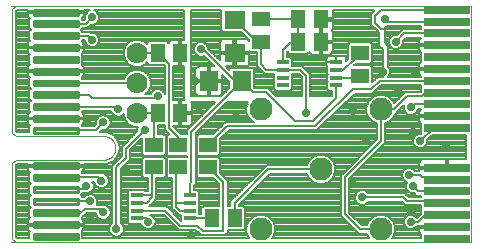
<source format=gtl>
G75*
%MOIN*%
%OFA0B0*%
%FSLAX25Y25*%
%IPPOS*%
%LPD*%
%AMOC8*
5,1,8,0,0,1.08239X$1,22.5*
%
%ADD10C,0.00000*%
%ADD11R,0.05906X0.05118*%
%ADD12R,0.05118X0.05906*%
%ADD13R,0.06299X0.07087*%
%ADD14R,0.07087X0.06299*%
%ADD15R,0.03937X0.01575*%
%ADD16C,0.07000*%
%ADD17R,0.15748X0.02953*%
%ADD18C,0.01102*%
%ADD19C,0.07650*%
%ADD20C,0.00800*%
%ADD21C,0.02800*%
D10*
X0011031Y0023276D02*
X0164078Y0023276D01*
X0164078Y0102026D01*
X0011031Y0102026D01*
X0011228Y0101238D02*
X0012409Y0102026D01*
X0033276Y0102026D01*
X0011228Y0101238D02*
X0011228Y0059900D01*
X0012409Y0058719D01*
X0033276Y0058719D01*
X0033472Y0058719D02*
X0041740Y0058719D01*
X0041864Y0058717D01*
X0041987Y0058711D01*
X0042111Y0058702D01*
X0042233Y0058688D01*
X0042356Y0058671D01*
X0042478Y0058649D01*
X0042599Y0058624D01*
X0042719Y0058595D01*
X0042838Y0058563D01*
X0042957Y0058526D01*
X0043074Y0058486D01*
X0043189Y0058443D01*
X0043304Y0058395D01*
X0043416Y0058344D01*
X0043527Y0058290D01*
X0043637Y0058232D01*
X0043744Y0058171D01*
X0043850Y0058106D01*
X0043953Y0058038D01*
X0044054Y0057967D01*
X0044153Y0057893D01*
X0044250Y0057816D01*
X0044344Y0057735D01*
X0044435Y0057652D01*
X0044524Y0057566D01*
X0044610Y0057477D01*
X0044693Y0057386D01*
X0044774Y0057292D01*
X0044851Y0057195D01*
X0044925Y0057096D01*
X0044996Y0056995D01*
X0045064Y0056892D01*
X0045129Y0056786D01*
X0045190Y0056679D01*
X0045248Y0056569D01*
X0045302Y0056458D01*
X0045353Y0056346D01*
X0045401Y0056231D01*
X0045444Y0056116D01*
X0045484Y0055999D01*
X0045521Y0055880D01*
X0045553Y0055761D01*
X0045582Y0055641D01*
X0045607Y0055520D01*
X0045629Y0055398D01*
X0045646Y0055275D01*
X0045660Y0055153D01*
X0045669Y0055029D01*
X0045675Y0054906D01*
X0045677Y0054782D01*
X0045675Y0054658D01*
X0045669Y0054535D01*
X0045660Y0054411D01*
X0045646Y0054289D01*
X0045629Y0054166D01*
X0045607Y0054044D01*
X0045582Y0053923D01*
X0045553Y0053803D01*
X0045521Y0053684D01*
X0045484Y0053565D01*
X0045444Y0053448D01*
X0045401Y0053333D01*
X0045353Y0053218D01*
X0045302Y0053106D01*
X0045248Y0052995D01*
X0045190Y0052885D01*
X0045129Y0052778D01*
X0045064Y0052672D01*
X0044996Y0052569D01*
X0044925Y0052468D01*
X0044851Y0052369D01*
X0044774Y0052272D01*
X0044693Y0052178D01*
X0044610Y0052087D01*
X0044524Y0051998D01*
X0044435Y0051912D01*
X0044344Y0051829D01*
X0044250Y0051748D01*
X0044153Y0051671D01*
X0044054Y0051597D01*
X0043953Y0051526D01*
X0043850Y0051458D01*
X0043744Y0051393D01*
X0043637Y0051332D01*
X0043527Y0051274D01*
X0043416Y0051220D01*
X0043304Y0051169D01*
X0043189Y0051121D01*
X0043074Y0051078D01*
X0042957Y0051038D01*
X0042838Y0051001D01*
X0042719Y0050969D01*
X0042599Y0050940D01*
X0042478Y0050915D01*
X0042356Y0050893D01*
X0042233Y0050876D01*
X0042111Y0050862D01*
X0041987Y0050853D01*
X0041864Y0050847D01*
X0041740Y0050845D01*
X0012409Y0050845D01*
X0011228Y0049664D01*
X0011228Y0024467D01*
X0012409Y0023286D01*
X0056504Y0023286D01*
D11*
X0058531Y0048286D03*
X0066656Y0048286D03*
X0076656Y0048286D03*
X0076656Y0055766D03*
X0066656Y0055766D03*
X0058531Y0055766D03*
X0094156Y0090161D03*
X0094156Y0097641D03*
X0127281Y0086391D03*
X0127281Y0078911D03*
D12*
X0114147Y0090151D03*
X0106666Y0090151D03*
X0106666Y0097651D03*
X0114147Y0097651D03*
X0067272Y0086401D03*
X0059791Y0086401D03*
X0059791Y0066401D03*
X0067272Y0066401D03*
X0077916Y0031401D03*
X0085397Y0031401D03*
D13*
X0087793Y0077026D03*
X0076770Y0077026D03*
D14*
X0085406Y0086514D03*
X0085406Y0097538D03*
D15*
X0101501Y0083360D03*
X0101501Y0080801D03*
X0101501Y0078242D03*
X0101501Y0075683D03*
X0119316Y0075683D03*
X0119316Y0078242D03*
X0119316Y0080801D03*
X0119316Y0083360D03*
X0070562Y0038993D03*
X0070562Y0036434D03*
X0070562Y0033875D03*
X0070562Y0031316D03*
X0052747Y0031316D03*
X0052747Y0033875D03*
X0052747Y0036434D03*
X0052747Y0038993D03*
D16*
X0052906Y0066401D03*
X0052906Y0076401D03*
X0052906Y0086401D03*
D17*
X0156282Y0085072D03*
X0156282Y0089009D03*
X0156282Y0092946D03*
X0156282Y0096883D03*
X0156282Y0100820D03*
X0156282Y0081135D03*
X0156282Y0077198D03*
X0156282Y0073261D03*
X0156282Y0069324D03*
X0156282Y0065387D03*
X0156282Y0061450D03*
X0156282Y0048182D03*
X0156282Y0044245D03*
X0156282Y0040308D03*
X0156282Y0036371D03*
X0156282Y0032434D03*
X0156282Y0028497D03*
X0156282Y0024560D03*
D18*
X0033118Y0024427D02*
X0018472Y0024427D01*
X0018472Y0026081D01*
X0033118Y0026081D01*
X0033118Y0024427D01*
X0033118Y0025528D02*
X0018472Y0025528D01*
X0018472Y0028364D02*
X0033118Y0028364D01*
X0018472Y0028364D02*
X0018472Y0030018D01*
X0033118Y0030018D01*
X0033118Y0028364D01*
X0033118Y0029465D02*
X0018472Y0029465D01*
X0018472Y0032301D02*
X0033118Y0032301D01*
X0018472Y0032301D02*
X0018472Y0033955D01*
X0033118Y0033955D01*
X0033118Y0032301D01*
X0033118Y0033402D02*
X0018472Y0033402D01*
X0018472Y0036238D02*
X0033118Y0036238D01*
X0018472Y0036238D02*
X0018472Y0037892D01*
X0033118Y0037892D01*
X0033118Y0036238D01*
X0033118Y0037339D02*
X0018472Y0037339D01*
X0018472Y0040175D02*
X0033118Y0040175D01*
X0018472Y0040175D02*
X0018472Y0041829D01*
X0033118Y0041829D01*
X0033118Y0040175D01*
X0033118Y0041276D02*
X0018472Y0041276D01*
X0018472Y0044112D02*
X0033118Y0044112D01*
X0018472Y0044112D02*
X0018472Y0045766D01*
X0033118Y0045766D01*
X0033118Y0044112D01*
X0033118Y0045213D02*
X0018472Y0045213D01*
X0018472Y0048049D02*
X0033118Y0048049D01*
X0018472Y0048049D02*
X0018472Y0049703D01*
X0033118Y0049703D01*
X0033118Y0048049D01*
X0033118Y0049150D02*
X0018472Y0049150D01*
X0018472Y0059860D02*
X0033118Y0059860D01*
X0018472Y0059860D02*
X0018472Y0061514D01*
X0033118Y0061514D01*
X0033118Y0059860D01*
X0033118Y0060961D02*
X0018472Y0060961D01*
X0018472Y0063797D02*
X0033118Y0063797D01*
X0018472Y0063797D02*
X0018472Y0065451D01*
X0033118Y0065451D01*
X0033118Y0063797D01*
X0033118Y0064898D02*
X0018472Y0064898D01*
X0018472Y0067734D02*
X0033118Y0067734D01*
X0018472Y0067734D02*
X0018472Y0069388D01*
X0033118Y0069388D01*
X0033118Y0067734D01*
X0033118Y0068835D02*
X0018472Y0068835D01*
X0018472Y0071671D02*
X0033118Y0071671D01*
X0018472Y0071671D02*
X0018472Y0073325D01*
X0033118Y0073325D01*
X0033118Y0071671D01*
X0033118Y0072772D02*
X0018472Y0072772D01*
X0018472Y0075608D02*
X0033118Y0075608D01*
X0018472Y0075608D02*
X0018472Y0077262D01*
X0033118Y0077262D01*
X0033118Y0075608D01*
X0033118Y0076709D02*
X0018472Y0076709D01*
X0018472Y0079545D02*
X0033118Y0079545D01*
X0018472Y0079545D02*
X0018472Y0081199D01*
X0033118Y0081199D01*
X0033118Y0079545D01*
X0033118Y0080646D02*
X0018472Y0080646D01*
X0018472Y0083482D02*
X0033118Y0083482D01*
X0018472Y0083482D02*
X0018472Y0085136D01*
X0033118Y0085136D01*
X0033118Y0083482D01*
X0033118Y0084583D02*
X0018472Y0084583D01*
X0018472Y0087419D02*
X0033118Y0087419D01*
X0018472Y0087419D02*
X0018472Y0089073D01*
X0033118Y0089073D01*
X0033118Y0087419D01*
X0033118Y0088520D02*
X0018472Y0088520D01*
X0018472Y0091356D02*
X0033118Y0091356D01*
X0018472Y0091356D02*
X0018472Y0093010D01*
X0033118Y0093010D01*
X0033118Y0091356D01*
X0033118Y0092457D02*
X0018472Y0092457D01*
X0018472Y0095293D02*
X0033118Y0095293D01*
X0018472Y0095293D02*
X0018472Y0096947D01*
X0033118Y0096947D01*
X0033118Y0095293D01*
X0033118Y0096394D02*
X0018472Y0096394D01*
X0018472Y0099230D02*
X0033118Y0099230D01*
X0018472Y0099230D02*
X0018472Y0100884D01*
X0033118Y0100884D01*
X0033118Y0099230D01*
X0033118Y0100331D02*
X0018472Y0100331D01*
D19*
X0094156Y0067651D03*
X0114156Y0047651D03*
X0134156Y0067651D03*
X0134156Y0027651D03*
X0094156Y0027651D03*
D20*
X0089754Y0025671D02*
X0082282Y0025671D01*
X0082236Y0025626D02*
X0083056Y0026446D01*
X0083056Y0027448D01*
X0088370Y0027448D01*
X0088956Y0028034D01*
X0088956Y0034768D01*
X0088370Y0035354D01*
X0086797Y0035354D01*
X0086797Y0035811D01*
X0097236Y0046251D01*
X0109514Y0046251D01*
X0110066Y0044918D01*
X0111423Y0043560D01*
X0113197Y0042826D01*
X0115116Y0042826D01*
X0116890Y0043560D01*
X0118247Y0044918D01*
X0118981Y0046691D01*
X0118981Y0048611D01*
X0118247Y0050384D01*
X0116890Y0051741D01*
X0115116Y0052476D01*
X0113197Y0052476D01*
X0111423Y0051741D01*
X0110066Y0050384D01*
X0109514Y0049051D01*
X0096077Y0049051D01*
X0095256Y0048231D01*
X0083997Y0036971D01*
X0083997Y0035354D01*
X0083056Y0035354D01*
X0083056Y0043866D01*
X0080609Y0046313D01*
X0080609Y0051259D01*
X0080023Y0051845D01*
X0073290Y0051845D01*
X0072704Y0051259D01*
X0072704Y0045312D01*
X0073290Y0044727D01*
X0078236Y0044727D01*
X0080256Y0042706D01*
X0080256Y0035354D01*
X0074943Y0035354D01*
X0074357Y0034768D01*
X0074357Y0032716D01*
X0073530Y0032716D01*
X0073530Y0035077D01*
X0073453Y0035155D01*
X0073530Y0035233D01*
X0073530Y0037636D01*
X0073453Y0037714D01*
X0073530Y0037792D01*
X0073530Y0040195D01*
X0072945Y0040781D01*
X0071962Y0040781D01*
X0071962Y0042226D01*
X0072431Y0042696D01*
X0072431Y0059684D01*
X0082898Y0070151D01*
X0089969Y0070151D01*
X0089331Y0068611D01*
X0089331Y0066691D01*
X0090066Y0064918D01*
X0091423Y0063560D01*
X0091748Y0063426D01*
X0082327Y0063426D01*
X0081506Y0062606D01*
X0081086Y0062186D01*
X0080266Y0061366D01*
X0080266Y0061356D01*
X0078236Y0059325D01*
X0073290Y0059325D01*
X0072704Y0058739D01*
X0072704Y0052793D01*
X0073290Y0052207D01*
X0080023Y0052207D01*
X0080609Y0052793D01*
X0080609Y0057739D01*
X0082246Y0059376D01*
X0083066Y0060196D01*
X0083066Y0060206D01*
X0083486Y0060626D01*
X0112861Y0060626D01*
X0122386Y0070151D01*
X0122906Y0070151D01*
X0125406Y0072651D01*
X0131031Y0072651D01*
X0131459Y0073126D01*
X0131611Y0073126D01*
X0134284Y0075798D01*
X0147408Y0075798D01*
X0147408Y0075307D01*
X0147486Y0075230D01*
X0147408Y0075152D01*
X0147408Y0073508D01*
X0147327Y0073426D01*
X0142327Y0073426D01*
X0141506Y0072606D01*
X0138551Y0069650D01*
X0138247Y0070384D01*
X0136890Y0071741D01*
X0135116Y0072476D01*
X0133197Y0072476D01*
X0131423Y0071741D01*
X0130066Y0070384D01*
X0129331Y0068611D01*
X0129331Y0066691D01*
X0130066Y0064918D01*
X0131423Y0063560D01*
X0132756Y0063008D01*
X0132756Y0057606D01*
X0121702Y0046551D01*
X0120881Y0045731D01*
X0120881Y0032071D01*
X0125881Y0027071D01*
X0126702Y0026251D01*
X0129514Y0026251D01*
X0130066Y0024918D01*
X0130308Y0024676D01*
X0098005Y0024676D01*
X0098247Y0024918D01*
X0098981Y0026691D01*
X0098981Y0028611D01*
X0098247Y0030384D01*
X0096890Y0031741D01*
X0095116Y0032476D01*
X0093197Y0032476D01*
X0091423Y0031741D01*
X0090066Y0030384D01*
X0089331Y0028611D01*
X0089331Y0026691D01*
X0090066Y0024918D01*
X0090308Y0024676D01*
X0057094Y0024676D01*
X0057084Y0024686D01*
X0034669Y0024686D01*
X0034669Y0026723D01*
X0034453Y0026940D01*
X0034679Y0027166D01*
X0034936Y0027611D01*
X0035069Y0028107D01*
X0035069Y0028902D01*
X0026084Y0028902D01*
X0026084Y0029480D01*
X0035069Y0029480D01*
X0035069Y0030275D01*
X0034936Y0030771D01*
X0034679Y0031216D01*
X0034453Y0031442D01*
X0034669Y0031659D01*
X0034669Y0031809D01*
X0035409Y0032548D01*
X0035409Y0032548D01*
X0035986Y0033126D01*
X0039256Y0033126D01*
X0039256Y0032798D01*
X0039622Y0031916D01*
X0040297Y0031241D01*
X0041179Y0030876D01*
X0042134Y0030876D01*
X0043016Y0031241D01*
X0043691Y0031916D01*
X0044056Y0032798D01*
X0044056Y0033753D01*
X0043691Y0034635D01*
X0043016Y0035310D01*
X0042134Y0035676D01*
X0041236Y0035676D01*
X0040986Y0035926D01*
X0039424Y0035926D01*
X0039681Y0036548D01*
X0039681Y0037503D01*
X0039316Y0038385D01*
X0038641Y0039060D01*
X0037759Y0039426D01*
X0036804Y0039426D01*
X0035922Y0039060D01*
X0035287Y0038426D01*
X0034669Y0038426D01*
X0034669Y0038534D01*
X0034170Y0039034D01*
X0034669Y0039533D01*
X0034669Y0039602D01*
X0035588Y0039602D01*
X0035611Y0039626D01*
X0036509Y0039626D01*
X0037391Y0039991D01*
X0038066Y0040666D01*
X0038431Y0041548D01*
X0038431Y0042503D01*
X0038066Y0043385D01*
X0037912Y0043539D01*
X0038631Y0043539D01*
X0038631Y0043423D01*
X0038997Y0042541D01*
X0039672Y0041866D01*
X0040554Y0041501D01*
X0041509Y0041501D01*
X0042391Y0041866D01*
X0043066Y0042541D01*
X0043431Y0043423D01*
X0043431Y0044378D01*
X0043066Y0045260D01*
X0042391Y0045935D01*
X0041509Y0046301D01*
X0040611Y0046301D01*
X0040573Y0046339D01*
X0034669Y0046339D01*
X0034669Y0046408D01*
X0034453Y0046625D01*
X0034679Y0046851D01*
X0034936Y0047296D01*
X0035069Y0047793D01*
X0035069Y0048587D01*
X0026084Y0048587D01*
X0026084Y0049165D01*
X0035069Y0049165D01*
X0035069Y0049445D01*
X0042958Y0049445D01*
X0045153Y0050502D01*
X0045153Y0050502D01*
X0046672Y0052407D01*
X0046672Y0052407D01*
X0047214Y0054782D01*
X0046672Y0057157D01*
X0045153Y0059062D01*
X0042958Y0060119D01*
X0040479Y0060119D01*
X0041236Y0060876D01*
X0042134Y0060876D01*
X0043016Y0061241D01*
X0043691Y0061916D01*
X0044056Y0062798D01*
X0044056Y0063753D01*
X0043691Y0064635D01*
X0043016Y0065310D01*
X0042134Y0065676D01*
X0041179Y0065676D01*
X0040297Y0065310D01*
X0039622Y0064635D01*
X0039256Y0063753D01*
X0039256Y0062856D01*
X0038488Y0062087D01*
X0034669Y0062087D01*
X0034669Y0062157D01*
X0034453Y0062373D01*
X0034679Y0062599D01*
X0034936Y0063044D01*
X0035069Y0063541D01*
X0035069Y0064335D01*
X0026084Y0064335D01*
X0026084Y0064913D01*
X0035069Y0064913D01*
X0035069Y0065708D01*
X0034936Y0066204D01*
X0034679Y0066649D01*
X0034453Y0066876D01*
X0034669Y0067092D01*
X0034669Y0067161D01*
X0044262Y0067161D01*
X0044622Y0066291D01*
X0045297Y0065616D01*
X0046179Y0065251D01*
X0047134Y0065251D01*
X0048016Y0065616D01*
X0048406Y0066007D01*
X0048406Y0065506D01*
X0049092Y0063852D01*
X0050357Y0062586D01*
X0052011Y0061901D01*
X0053275Y0061901D01*
X0053006Y0061253D01*
X0053006Y0060356D01*
X0047756Y0055106D01*
X0047756Y0051981D01*
X0044631Y0048856D01*
X0044631Y0029645D01*
X0043997Y0029010D01*
X0043631Y0028128D01*
X0043631Y0027173D01*
X0043997Y0026291D01*
X0044672Y0025616D01*
X0045554Y0025251D01*
X0046509Y0025251D01*
X0047391Y0025616D01*
X0048066Y0026291D01*
X0048431Y0027173D01*
X0048431Y0028128D01*
X0048066Y0029010D01*
X0047431Y0029645D01*
X0047431Y0047696D01*
X0049736Y0050001D01*
X0050556Y0050821D01*
X0050556Y0053946D01*
X0054579Y0057968D01*
X0054579Y0052793D01*
X0055165Y0052207D01*
X0061898Y0052207D01*
X0062484Y0052793D01*
X0062484Y0058739D01*
X0061898Y0059325D01*
X0059931Y0059325D01*
X0059931Y0062448D01*
X0062131Y0062448D01*
X0062131Y0060821D01*
X0062952Y0060001D01*
X0063627Y0059325D01*
X0063290Y0059325D01*
X0062704Y0058739D01*
X0062704Y0052793D01*
X0063290Y0052207D01*
X0069631Y0052207D01*
X0069631Y0051845D01*
X0063290Y0051845D01*
X0062704Y0051259D01*
X0062704Y0045312D01*
X0063290Y0044727D01*
X0064631Y0044727D01*
X0064631Y0034571D01*
X0065452Y0033751D01*
X0066727Y0032475D01*
X0067594Y0032475D01*
X0067594Y0030569D01*
X0062887Y0035275D01*
X0056886Y0035275D01*
X0058486Y0036876D01*
X0059306Y0037696D01*
X0059306Y0044727D01*
X0061898Y0044727D01*
X0062484Y0045312D01*
X0062484Y0051259D01*
X0061898Y0051845D01*
X0055165Y0051845D01*
X0054579Y0051259D01*
X0054579Y0045312D01*
X0055165Y0044727D01*
X0056506Y0044727D01*
X0056506Y0040393D01*
X0055517Y0040393D01*
X0055130Y0040781D01*
X0050364Y0040781D01*
X0049779Y0040195D01*
X0049779Y0037792D01*
X0049856Y0037714D01*
X0049779Y0037636D01*
X0049779Y0035233D01*
X0049856Y0035155D01*
X0049779Y0035077D01*
X0049779Y0032674D01*
X0049856Y0032596D01*
X0049779Y0032518D01*
X0049779Y0030115D01*
X0050364Y0029529D01*
X0054316Y0029529D01*
X0054622Y0028791D01*
X0055297Y0028116D01*
X0056179Y0027751D01*
X0057134Y0027751D01*
X0058016Y0028116D01*
X0058691Y0028791D01*
X0059056Y0029673D01*
X0059056Y0030628D01*
X0058691Y0031510D01*
X0058016Y0032185D01*
X0057316Y0032475D01*
X0061727Y0032475D01*
X0065881Y0028321D01*
X0065881Y0028321D01*
X0066702Y0027501D01*
X0072327Y0027501D01*
X0073381Y0026446D01*
X0074202Y0025626D01*
X0082236Y0025626D01*
X0083056Y0026470D02*
X0089423Y0026470D01*
X0089331Y0027268D02*
X0083056Y0027268D01*
X0081656Y0027026D02*
X0081656Y0043286D01*
X0076656Y0048286D01*
X0072704Y0048030D02*
X0072431Y0048030D01*
X0072431Y0048828D02*
X0072704Y0048828D01*
X0072704Y0049627D02*
X0072431Y0049627D01*
X0072431Y0050425D02*
X0072704Y0050425D01*
X0072704Y0051224D02*
X0072431Y0051224D01*
X0072431Y0052022D02*
X0112102Y0052022D01*
X0110906Y0051224D02*
X0080609Y0051224D01*
X0080609Y0050425D02*
X0110107Y0050425D01*
X0109752Y0049627D02*
X0080609Y0049627D01*
X0080609Y0048828D02*
X0095854Y0048828D01*
X0095055Y0048030D02*
X0080609Y0048030D01*
X0080609Y0047231D02*
X0094257Y0047231D01*
X0093458Y0046433D02*
X0080609Y0046433D01*
X0081288Y0045634D02*
X0092660Y0045634D01*
X0091861Y0044836D02*
X0082086Y0044836D01*
X0082885Y0044037D02*
X0091063Y0044037D01*
X0090264Y0043239D02*
X0083056Y0043239D01*
X0083056Y0042440D02*
X0089466Y0042440D01*
X0088667Y0041642D02*
X0083056Y0041642D01*
X0083056Y0040843D02*
X0087869Y0040843D01*
X0087070Y0040045D02*
X0083056Y0040045D01*
X0083056Y0039246D02*
X0086272Y0039246D01*
X0085473Y0038448D02*
X0083056Y0038448D01*
X0083056Y0037649D02*
X0084675Y0037649D01*
X0083997Y0036850D02*
X0083056Y0036850D01*
X0083056Y0036052D02*
X0083997Y0036052D01*
X0085397Y0036391D02*
X0096656Y0047651D01*
X0114156Y0047651D01*
X0118561Y0049627D02*
X0124777Y0049627D01*
X0123979Y0048828D02*
X0118891Y0048828D01*
X0118981Y0048030D02*
X0123180Y0048030D01*
X0122382Y0047231D02*
X0118981Y0047231D01*
X0118874Y0046433D02*
X0121583Y0046433D01*
X0120881Y0045634D02*
X0118544Y0045634D01*
X0118165Y0044836D02*
X0120881Y0044836D01*
X0120881Y0044037D02*
X0117366Y0044037D01*
X0116113Y0043239D02*
X0120881Y0043239D01*
X0120881Y0042440D02*
X0093426Y0042440D01*
X0094224Y0043239D02*
X0112200Y0043239D01*
X0110947Y0044037D02*
X0095023Y0044037D01*
X0095821Y0044836D02*
X0110148Y0044836D01*
X0109769Y0045634D02*
X0096620Y0045634D01*
X0092627Y0041642D02*
X0120881Y0041642D01*
X0120881Y0040843D02*
X0091829Y0040843D01*
X0091030Y0040045D02*
X0120881Y0040045D01*
X0120881Y0039246D02*
X0090232Y0039246D01*
X0089433Y0038448D02*
X0120881Y0038448D01*
X0120881Y0037649D02*
X0088635Y0037649D01*
X0087836Y0036850D02*
X0120881Y0036850D01*
X0120881Y0036052D02*
X0087038Y0036052D01*
X0088470Y0035253D02*
X0120881Y0035253D01*
X0120881Y0034455D02*
X0088956Y0034455D01*
X0088956Y0033656D02*
X0120881Y0033656D01*
X0120881Y0032858D02*
X0088956Y0032858D01*
X0088956Y0032059D02*
X0092192Y0032059D01*
X0090943Y0031261D02*
X0088956Y0031261D01*
X0088956Y0030462D02*
X0090145Y0030462D01*
X0089768Y0029664D02*
X0088956Y0029664D01*
X0088956Y0028865D02*
X0089437Y0028865D01*
X0089331Y0028067D02*
X0088956Y0028067D01*
X0090111Y0024873D02*
X0034669Y0024873D01*
X0034669Y0025671D02*
X0044617Y0025671D01*
X0043923Y0026470D02*
X0034669Y0026470D01*
X0034738Y0027268D02*
X0043631Y0027268D01*
X0043631Y0028067D02*
X0035058Y0028067D01*
X0035069Y0028865D02*
X0043937Y0028865D01*
X0044631Y0029664D02*
X0035069Y0029664D01*
X0035019Y0030462D02*
X0044631Y0030462D01*
X0044631Y0031261D02*
X0043036Y0031261D01*
X0043750Y0032059D02*
X0044631Y0032059D01*
X0044631Y0032858D02*
X0044056Y0032858D01*
X0044056Y0033656D02*
X0044631Y0033656D01*
X0044631Y0034455D02*
X0043766Y0034455D01*
X0043073Y0035253D02*
X0044631Y0035253D01*
X0044631Y0036052D02*
X0039476Y0036052D01*
X0039681Y0036850D02*
X0044631Y0036850D01*
X0044631Y0037649D02*
X0039621Y0037649D01*
X0039254Y0038448D02*
X0044631Y0038448D01*
X0044631Y0039246D02*
X0038193Y0039246D01*
X0037444Y0040045D02*
X0044631Y0040045D01*
X0044631Y0040843D02*
X0038139Y0040843D01*
X0038431Y0041642D02*
X0040214Y0041642D01*
X0039098Y0042440D02*
X0038431Y0042440D01*
X0038708Y0043239D02*
X0038127Y0043239D01*
X0036031Y0042026D02*
X0035008Y0041002D01*
X0025795Y0041002D01*
X0025795Y0044939D02*
X0039993Y0044939D01*
X0041031Y0043901D01*
X0043242Y0044836D02*
X0044631Y0044836D01*
X0044631Y0045634D02*
X0042692Y0045634D01*
X0044631Y0046433D02*
X0034645Y0046433D01*
X0034899Y0047231D02*
X0044631Y0047231D01*
X0044631Y0048030D02*
X0035069Y0048030D01*
X0042958Y0049445D02*
X0042958Y0049445D01*
X0043336Y0049627D02*
X0045402Y0049627D01*
X0044994Y0050425D02*
X0046201Y0050425D01*
X0045729Y0051224D02*
X0046999Y0051224D01*
X0046366Y0052022D02*
X0047756Y0052022D01*
X0047756Y0052821D02*
X0046767Y0052821D01*
X0046949Y0053619D02*
X0047756Y0053619D01*
X0047756Y0054418D02*
X0047131Y0054418D01*
X0047214Y0054782D02*
X0047214Y0054782D01*
X0047115Y0055216D02*
X0047867Y0055216D01*
X0048666Y0056015D02*
X0046933Y0056015D01*
X0046751Y0056813D02*
X0049464Y0056813D01*
X0050263Y0057612D02*
X0046310Y0057612D01*
X0046672Y0057157D02*
X0046672Y0057157D01*
X0045673Y0058410D02*
X0051061Y0058410D01*
X0051860Y0059209D02*
X0044848Y0059209D01*
X0045153Y0059062D02*
X0045153Y0059062D01*
X0045153Y0059062D01*
X0043190Y0060007D02*
X0052658Y0060007D01*
X0053006Y0060806D02*
X0041166Y0060806D01*
X0039068Y0060687D02*
X0041656Y0063276D01*
X0039256Y0063201D02*
X0034978Y0063201D01*
X0035069Y0064000D02*
X0039359Y0064000D01*
X0039785Y0064798D02*
X0026084Y0064798D01*
X0025506Y0064798D02*
X0012628Y0064798D01*
X0012628Y0064000D02*
X0016521Y0064000D01*
X0016521Y0064335D02*
X0016521Y0063541D01*
X0016654Y0063044D01*
X0016911Y0062599D01*
X0017138Y0062373D01*
X0016921Y0062157D01*
X0016921Y0060119D01*
X0012989Y0060119D01*
X0012628Y0060480D01*
X0012628Y0100489D01*
X0012833Y0100626D01*
X0016521Y0100626D01*
X0016521Y0100346D01*
X0025506Y0100346D01*
X0025506Y0099768D01*
X0016521Y0099768D01*
X0016521Y0098974D01*
X0016654Y0098477D01*
X0016911Y0098032D01*
X0017138Y0097806D01*
X0016921Y0097590D01*
X0016921Y0094651D01*
X0017420Y0094152D01*
X0016921Y0093653D01*
X0016921Y0090714D01*
X0017138Y0090498D01*
X0016911Y0090271D01*
X0016654Y0089826D01*
X0016521Y0089330D01*
X0016521Y0088535D01*
X0025506Y0088535D01*
X0025506Y0087957D01*
X0016521Y0087957D01*
X0016521Y0087163D01*
X0016654Y0086666D01*
X0016911Y0086221D01*
X0017138Y0085995D01*
X0016921Y0085779D01*
X0016921Y0082840D01*
X0017138Y0082624D01*
X0016911Y0082397D01*
X0016654Y0081952D01*
X0016521Y0081456D01*
X0016521Y0080661D01*
X0025506Y0080661D01*
X0025506Y0080083D01*
X0016521Y0080083D01*
X0016521Y0079289D01*
X0016654Y0078792D01*
X0016911Y0078347D01*
X0017138Y0078121D01*
X0016921Y0077905D01*
X0016921Y0074966D01*
X0017420Y0074467D01*
X0016921Y0073968D01*
X0016921Y0071029D01*
X0017420Y0070530D01*
X0016921Y0070031D01*
X0016921Y0067092D01*
X0017138Y0066876D01*
X0016911Y0066649D01*
X0016654Y0066204D01*
X0016521Y0065708D01*
X0016521Y0064913D01*
X0025506Y0064913D01*
X0025506Y0064335D01*
X0016521Y0064335D01*
X0016612Y0063201D02*
X0012628Y0063201D01*
X0012628Y0062403D02*
X0017108Y0062403D01*
X0016921Y0061604D02*
X0012628Y0061604D01*
X0012628Y0060806D02*
X0016921Y0060806D01*
X0016521Y0065597D02*
X0012628Y0065597D01*
X0012628Y0066395D02*
X0016765Y0066395D01*
X0016921Y0067194D02*
X0012628Y0067194D01*
X0012628Y0067992D02*
X0016921Y0067992D01*
X0016921Y0068791D02*
X0012628Y0068791D01*
X0012628Y0069589D02*
X0016921Y0069589D01*
X0017279Y0070388D02*
X0012628Y0070388D01*
X0012628Y0071186D02*
X0016921Y0071186D01*
X0016921Y0071985D02*
X0012628Y0071985D01*
X0012628Y0072784D02*
X0016921Y0072784D01*
X0016921Y0073582D02*
X0012628Y0073582D01*
X0012628Y0074381D02*
X0017334Y0074381D01*
X0016921Y0075179D02*
X0012628Y0075179D01*
X0012628Y0075978D02*
X0016921Y0075978D01*
X0016921Y0076776D02*
X0012628Y0076776D01*
X0012628Y0077575D02*
X0016921Y0077575D01*
X0016896Y0078373D02*
X0012628Y0078373D01*
X0012628Y0079172D02*
X0016553Y0079172D01*
X0016521Y0079970D02*
X0012628Y0079970D01*
X0012628Y0080769D02*
X0016521Y0080769D01*
X0016551Y0081567D02*
X0012628Y0081567D01*
X0012628Y0082366D02*
X0016893Y0082366D01*
X0016921Y0083164D02*
X0012628Y0083164D01*
X0012628Y0083963D02*
X0016921Y0083963D01*
X0016921Y0084761D02*
X0012628Y0084761D01*
X0012628Y0085560D02*
X0016921Y0085560D01*
X0016832Y0086358D02*
X0012628Y0086358D01*
X0012628Y0087157D02*
X0016523Y0087157D01*
X0016521Y0087955D02*
X0012628Y0087955D01*
X0012628Y0088754D02*
X0016521Y0088754D01*
X0016581Y0089552D02*
X0012628Y0089552D01*
X0012628Y0090351D02*
X0016991Y0090351D01*
X0016921Y0091149D02*
X0012628Y0091149D01*
X0012628Y0091948D02*
X0016921Y0091948D01*
X0016921Y0092746D02*
X0012628Y0092746D01*
X0012628Y0093545D02*
X0016921Y0093545D01*
X0017229Y0094343D02*
X0012628Y0094343D01*
X0012628Y0095142D02*
X0016921Y0095142D01*
X0016921Y0095940D02*
X0012628Y0095940D01*
X0012628Y0096739D02*
X0016921Y0096739D01*
X0016921Y0097537D02*
X0012628Y0097537D01*
X0012628Y0098336D02*
X0016736Y0098336D01*
X0016521Y0099134D02*
X0012628Y0099134D01*
X0012628Y0099933D02*
X0025506Y0099933D01*
X0026084Y0099933D02*
X0036169Y0099933D01*
X0035872Y0099635D02*
X0035506Y0098753D01*
X0035506Y0097856D01*
X0035171Y0097520D01*
X0034669Y0097520D01*
X0034669Y0097590D01*
X0034453Y0097806D01*
X0034679Y0098032D01*
X0034936Y0098477D01*
X0035069Y0098974D01*
X0035069Y0099768D01*
X0026084Y0099768D01*
X0026084Y0100346D01*
X0035069Y0100346D01*
X0035069Y0100626D01*
X0037308Y0100626D01*
X0036547Y0100310D01*
X0035872Y0099635D01*
X0035664Y0099134D02*
X0035069Y0099134D01*
X0034855Y0098336D02*
X0035506Y0098336D01*
X0035188Y0097537D02*
X0034669Y0097537D01*
X0035751Y0096120D02*
X0037906Y0098276D01*
X0040306Y0098336D02*
X0068531Y0098336D01*
X0068531Y0099134D02*
X0040149Y0099134D01*
X0040306Y0098753D02*
X0039941Y0099635D01*
X0039266Y0100310D01*
X0038505Y0100626D01*
X0068531Y0100626D01*
X0068531Y0090754D01*
X0067672Y0090754D01*
X0067672Y0086801D01*
X0066872Y0086801D01*
X0066872Y0090754D01*
X0064528Y0090754D01*
X0064172Y0090658D01*
X0063853Y0090474D01*
X0063592Y0090213D01*
X0063408Y0089894D01*
X0063350Y0089679D01*
X0063350Y0089768D01*
X0062765Y0090354D01*
X0056818Y0090354D01*
X0056232Y0089768D01*
X0056232Y0089439D01*
X0055456Y0090216D01*
X0053802Y0090901D01*
X0052011Y0090901D01*
X0050357Y0090216D01*
X0049092Y0088950D01*
X0048406Y0087296D01*
X0048406Y0085506D01*
X0049092Y0083852D01*
X0050357Y0082586D01*
X0052011Y0081901D01*
X0053802Y0081901D01*
X0055456Y0082586D01*
X0056232Y0083363D01*
X0056232Y0083034D01*
X0056818Y0082448D01*
X0061764Y0082448D01*
X0062131Y0082081D01*
X0062131Y0072624D01*
X0061816Y0073385D01*
X0061141Y0074060D01*
X0060259Y0074426D01*
X0059304Y0074426D01*
X0058422Y0074060D01*
X0057747Y0073385D01*
X0057505Y0072801D01*
X0055670Y0072801D01*
X0056721Y0073852D01*
X0057406Y0075506D01*
X0057406Y0077296D01*
X0056721Y0078950D01*
X0055456Y0080216D01*
X0053802Y0080901D01*
X0052011Y0080901D01*
X0050357Y0080216D01*
X0049092Y0078950D01*
X0048616Y0077801D01*
X0034669Y0077801D01*
X0034669Y0077905D01*
X0034453Y0078121D01*
X0034679Y0078347D01*
X0034936Y0078792D01*
X0035069Y0079289D01*
X0035069Y0080083D01*
X0026084Y0080083D01*
X0026084Y0080661D01*
X0035069Y0080661D01*
X0035069Y0081456D01*
X0034936Y0081952D01*
X0034679Y0082397D01*
X0034453Y0082624D01*
X0034669Y0082840D01*
X0034669Y0085779D01*
X0034453Y0085995D01*
X0034679Y0086221D01*
X0034936Y0086666D01*
X0035069Y0087163D01*
X0035069Y0087957D01*
X0026084Y0087957D01*
X0026084Y0088535D01*
X0035069Y0088535D01*
X0035069Y0089330D01*
X0034936Y0089826D01*
X0034679Y0090271D01*
X0034453Y0090498D01*
X0034669Y0090714D01*
X0034669Y0090783D01*
X0035506Y0090783D01*
X0035506Y0090298D01*
X0035872Y0089416D01*
X0036547Y0088741D01*
X0037429Y0088376D01*
X0038384Y0088376D01*
X0039266Y0088741D01*
X0039941Y0089416D01*
X0040306Y0090298D01*
X0040306Y0091253D01*
X0039941Y0092135D01*
X0039266Y0092810D01*
X0038384Y0093176D01*
X0037486Y0093176D01*
X0037079Y0093583D01*
X0034669Y0093583D01*
X0034669Y0093653D01*
X0034170Y0094152D01*
X0034669Y0094651D01*
X0034669Y0094720D01*
X0036331Y0094720D01*
X0037486Y0095876D01*
X0038384Y0095876D01*
X0039266Y0096241D01*
X0039941Y0096916D01*
X0040306Y0097798D01*
X0040306Y0098753D01*
X0040198Y0097537D02*
X0068531Y0097537D01*
X0068531Y0096739D02*
X0039764Y0096739D01*
X0038540Y0095940D02*
X0068531Y0095940D01*
X0068531Y0095142D02*
X0036752Y0095142D01*
X0035751Y0096120D02*
X0025795Y0096120D01*
X0025795Y0092183D02*
X0036499Y0092183D01*
X0037906Y0090776D01*
X0040019Y0091948D02*
X0068531Y0091948D01*
X0068531Y0092746D02*
X0039330Y0092746D01*
X0040306Y0091149D02*
X0068531Y0091149D01*
X0067672Y0090351D02*
X0066872Y0090351D01*
X0066872Y0089552D02*
X0067672Y0089552D01*
X0067672Y0088754D02*
X0066872Y0088754D01*
X0066872Y0087955D02*
X0067672Y0087955D01*
X0067672Y0087157D02*
X0066872Y0087157D01*
X0066872Y0086001D02*
X0067672Y0086001D01*
X0067672Y0082048D01*
X0068531Y0082048D01*
X0068531Y0070754D01*
X0067672Y0070754D01*
X0067672Y0066801D01*
X0071231Y0066801D01*
X0071231Y0069538D01*
X0071135Y0069894D01*
X0070987Y0070151D01*
X0078938Y0070151D01*
X0069631Y0060844D01*
X0069631Y0059325D01*
X0067587Y0059325D01*
X0064931Y0061981D01*
X0064931Y0062048D01*
X0066872Y0062048D01*
X0066872Y0066001D01*
X0067672Y0066001D01*
X0067672Y0066801D01*
X0066872Y0066801D01*
X0066872Y0070754D01*
X0064931Y0070754D01*
X0064931Y0082048D01*
X0066872Y0082048D01*
X0066872Y0086001D01*
X0066872Y0085560D02*
X0067672Y0085560D01*
X0067672Y0084761D02*
X0066872Y0084761D01*
X0066872Y0083963D02*
X0067672Y0083963D01*
X0067672Y0083164D02*
X0066872Y0083164D01*
X0066872Y0082366D02*
X0067672Y0082366D01*
X0068531Y0081567D02*
X0064931Y0081567D01*
X0064931Y0080769D02*
X0068531Y0080769D01*
X0068531Y0079970D02*
X0064931Y0079970D01*
X0064931Y0079172D02*
X0068531Y0079172D01*
X0068531Y0078373D02*
X0064931Y0078373D01*
X0064931Y0077575D02*
X0068531Y0077575D01*
X0068531Y0076776D02*
X0064931Y0076776D01*
X0064931Y0075978D02*
X0068531Y0075978D01*
X0068531Y0075179D02*
X0064931Y0075179D01*
X0064931Y0074381D02*
X0068531Y0074381D01*
X0068531Y0073582D02*
X0064931Y0073582D01*
X0064931Y0072784D02*
X0068531Y0072784D01*
X0068531Y0071985D02*
X0064931Y0071985D01*
X0064931Y0071186D02*
X0068531Y0071186D01*
X0067672Y0070388D02*
X0066872Y0070388D01*
X0066872Y0069589D02*
X0067672Y0069589D01*
X0067672Y0068791D02*
X0066872Y0068791D01*
X0066872Y0067992D02*
X0067672Y0067992D01*
X0067672Y0067194D02*
X0066872Y0067194D01*
X0067672Y0066395D02*
X0075183Y0066395D01*
X0074385Y0065597D02*
X0071231Y0065597D01*
X0071231Y0066001D02*
X0067672Y0066001D01*
X0067672Y0062048D01*
X0070015Y0062048D01*
X0070371Y0062143D01*
X0070690Y0062328D01*
X0070951Y0062588D01*
X0071135Y0062908D01*
X0071231Y0063264D01*
X0071231Y0066001D01*
X0071231Y0067194D02*
X0075982Y0067194D01*
X0076780Y0067992D02*
X0071231Y0067992D01*
X0071231Y0068791D02*
X0077579Y0068791D01*
X0078377Y0069589D02*
X0071217Y0069589D01*
X0071031Y0072026D02*
X0071031Y0100626D01*
X0080863Y0100626D01*
X0080863Y0093974D01*
X0081449Y0093388D01*
X0087576Y0093388D01*
X0090204Y0090760D01*
X0090204Y0090292D01*
X0090070Y0090523D01*
X0089809Y0090784D01*
X0089490Y0090968D01*
X0089134Y0091064D01*
X0085806Y0091064D01*
X0085806Y0086914D01*
X0085007Y0086914D01*
X0085007Y0091064D01*
X0081679Y0091064D01*
X0081323Y0090968D01*
X0081004Y0090784D01*
X0080743Y0090523D01*
X0080559Y0090204D01*
X0080463Y0089848D01*
X0080463Y0086914D01*
X0085006Y0086914D01*
X0085006Y0086114D01*
X0080463Y0086114D01*
X0080463Y0083949D01*
X0076556Y0087856D01*
X0076556Y0088128D01*
X0076191Y0089010D01*
X0075516Y0089685D01*
X0074634Y0090051D01*
X0073679Y0090051D01*
X0072797Y0089685D01*
X0072122Y0089010D01*
X0071756Y0088128D01*
X0071756Y0087173D01*
X0072122Y0086291D01*
X0072797Y0085616D01*
X0073679Y0085251D01*
X0074634Y0085251D01*
X0075035Y0085417D01*
X0078483Y0081969D01*
X0077170Y0081969D01*
X0077170Y0077426D01*
X0081319Y0077426D01*
X0081319Y0079133D01*
X0083644Y0076809D01*
X0083644Y0074856D01*
X0080813Y0072026D01*
X0071031Y0072026D01*
X0071031Y0072784D02*
X0072407Y0072784D01*
X0072315Y0072942D02*
X0072500Y0072623D01*
X0072760Y0072362D01*
X0073080Y0072178D01*
X0073436Y0072082D01*
X0076370Y0072082D01*
X0076370Y0076626D01*
X0077170Y0076626D01*
X0077170Y0077426D01*
X0076370Y0077426D01*
X0076370Y0081969D01*
X0073436Y0081969D01*
X0073080Y0081874D01*
X0072760Y0081689D01*
X0072500Y0081429D01*
X0072315Y0081109D01*
X0072220Y0080753D01*
X0072220Y0077426D01*
X0076370Y0077426D01*
X0076370Y0076626D01*
X0072220Y0076626D01*
X0072220Y0073298D01*
X0072315Y0072942D01*
X0072220Y0073582D02*
X0071031Y0073582D01*
X0071031Y0074381D02*
X0072220Y0074381D01*
X0072220Y0075179D02*
X0071031Y0075179D01*
X0071031Y0075978D02*
X0072220Y0075978D01*
X0071031Y0076776D02*
X0076370Y0076776D01*
X0076370Y0075978D02*
X0077170Y0075978D01*
X0077170Y0076626D02*
X0077170Y0072082D01*
X0080104Y0072082D01*
X0080460Y0072178D01*
X0080779Y0072362D01*
X0081040Y0072623D01*
X0081224Y0072942D01*
X0081319Y0073298D01*
X0081319Y0076626D01*
X0077170Y0076626D01*
X0077170Y0076776D02*
X0083644Y0076776D01*
X0083644Y0075978D02*
X0081319Y0075978D01*
X0081319Y0075179D02*
X0083644Y0075179D01*
X0083168Y0074381D02*
X0081319Y0074381D01*
X0081319Y0073582D02*
X0082370Y0073582D01*
X0081571Y0072784D02*
X0081132Y0072784D01*
X0077170Y0072784D02*
X0076370Y0072784D01*
X0076370Y0073582D02*
X0077170Y0073582D01*
X0077170Y0074381D02*
X0076370Y0074381D01*
X0076370Y0075179D02*
X0077170Y0075179D01*
X0077170Y0077575D02*
X0076370Y0077575D01*
X0076370Y0078373D02*
X0077170Y0078373D01*
X0077170Y0079172D02*
X0076370Y0079172D01*
X0076370Y0079970D02*
X0077170Y0079970D01*
X0077170Y0080769D02*
X0076370Y0080769D01*
X0076370Y0081567D02*
X0077170Y0081567D01*
X0078087Y0082366D02*
X0071031Y0082366D01*
X0071031Y0083164D02*
X0077288Y0083164D01*
X0076490Y0083963D02*
X0071031Y0083963D01*
X0071031Y0084761D02*
X0075691Y0084761D01*
X0078852Y0085560D02*
X0080463Y0085560D01*
X0080463Y0084761D02*
X0079651Y0084761D01*
X0080450Y0083963D02*
X0080463Y0083963D01*
X0082448Y0081964D02*
X0085007Y0081964D01*
X0085007Y0086114D01*
X0085806Y0086114D01*
X0085806Y0081964D01*
X0089134Y0081964D01*
X0089490Y0082060D01*
X0089809Y0082244D01*
X0090070Y0082505D01*
X0090254Y0082824D01*
X0090350Y0083180D01*
X0090350Y0086114D01*
X0085807Y0086114D01*
X0085807Y0086914D01*
X0090350Y0086914D01*
X0090350Y0087041D01*
X0090790Y0086602D01*
X0092756Y0086602D01*
X0092756Y0082071D01*
X0095426Y0079401D01*
X0098532Y0079401D01*
X0098532Y0077041D01*
X0098610Y0076963D01*
X0098532Y0076885D01*
X0098532Y0074482D01*
X0099118Y0073896D01*
X0103884Y0073896D01*
X0104469Y0074482D01*
X0104469Y0076885D01*
X0104392Y0076963D01*
X0104469Y0077041D01*
X0104469Y0079376D01*
X0106702Y0079376D01*
X0107756Y0078321D01*
X0107756Y0072026D01*
X0099261Y0072026D01*
X0097431Y0073856D01*
X0096611Y0074676D01*
X0092123Y0074676D01*
X0091943Y0074856D01*
X0091943Y0080983D01*
X0091357Y0081569D01*
X0084229Y0081569D01*
X0083644Y0080983D01*
X0083644Y0080768D01*
X0082448Y0081964D01*
X0082845Y0081567D02*
X0084228Y0081567D01*
X0083644Y0080769D02*
X0083644Y0080769D01*
X0085007Y0082366D02*
X0085806Y0082366D01*
X0085806Y0083164D02*
X0085007Y0083164D01*
X0085007Y0083963D02*
X0085806Y0083963D01*
X0085806Y0084761D02*
X0085007Y0084761D01*
X0085007Y0085560D02*
X0085806Y0085560D01*
X0085807Y0086358D02*
X0092756Y0086358D01*
X0092756Y0085560D02*
X0090350Y0085560D01*
X0090350Y0084761D02*
X0092756Y0084761D01*
X0092756Y0083963D02*
X0090350Y0083963D01*
X0090346Y0083164D02*
X0092756Y0083164D01*
X0092756Y0082366D02*
X0089931Y0082366D01*
X0091359Y0081567D02*
X0093260Y0081567D01*
X0094059Y0080769D02*
X0091943Y0080769D01*
X0091943Y0079970D02*
X0094857Y0079970D01*
X0096006Y0080801D02*
X0094156Y0082651D01*
X0094156Y0090161D01*
X0092783Y0090161D01*
X0085406Y0097538D01*
X0080863Y0097537D02*
X0071031Y0097537D01*
X0071031Y0096739D02*
X0080863Y0096739D01*
X0080863Y0095940D02*
X0071031Y0095940D01*
X0071031Y0095142D02*
X0080863Y0095142D01*
X0080863Y0094343D02*
X0071031Y0094343D01*
X0071031Y0093545D02*
X0081292Y0093545D01*
X0080643Y0090351D02*
X0071031Y0090351D01*
X0071031Y0091149D02*
X0089815Y0091149D01*
X0090170Y0090351D02*
X0090204Y0090351D01*
X0089016Y0091948D02*
X0071031Y0091948D01*
X0071031Y0092746D02*
X0088218Y0092746D01*
X0085806Y0090351D02*
X0085007Y0090351D01*
X0085007Y0089552D02*
X0085806Y0089552D01*
X0085806Y0088754D02*
X0085007Y0088754D01*
X0085007Y0087955D02*
X0085806Y0087955D01*
X0085806Y0087157D02*
X0085007Y0087157D01*
X0085006Y0086358D02*
X0078054Y0086358D01*
X0077255Y0087157D02*
X0080463Y0087157D01*
X0080463Y0087955D02*
X0076556Y0087955D01*
X0076297Y0088754D02*
X0080463Y0088754D01*
X0080463Y0089552D02*
X0075649Y0089552D01*
X0074781Y0087651D02*
X0085406Y0077026D01*
X0087793Y0077026D01*
X0071031Y0060264D01*
X0071031Y0043276D01*
X0070562Y0042806D01*
X0070562Y0038993D01*
X0071962Y0040843D02*
X0080256Y0040843D01*
X0080256Y0040045D02*
X0073530Y0040045D01*
X0073530Y0039246D02*
X0080256Y0039246D01*
X0080256Y0038448D02*
X0073530Y0038448D01*
X0073517Y0037649D02*
X0080256Y0037649D01*
X0080256Y0036850D02*
X0073530Y0036850D01*
X0073530Y0036052D02*
X0080256Y0036052D01*
X0085397Y0036391D02*
X0085397Y0031401D01*
X0077916Y0031401D02*
X0077832Y0031316D01*
X0070562Y0031316D01*
X0067594Y0031261D02*
X0066901Y0031261D01*
X0067594Y0032059D02*
X0066103Y0032059D01*
X0066344Y0032858D02*
X0065304Y0032858D01*
X0065546Y0033656D02*
X0064506Y0033656D01*
X0064747Y0034455D02*
X0063707Y0034455D01*
X0062909Y0035253D02*
X0064631Y0035253D01*
X0064631Y0036052D02*
X0057663Y0036052D01*
X0058461Y0036850D02*
X0064631Y0036850D01*
X0064631Y0037649D02*
X0059260Y0037649D01*
X0059306Y0038448D02*
X0064631Y0038448D01*
X0064631Y0039246D02*
X0059306Y0039246D01*
X0059306Y0040045D02*
X0064631Y0040045D01*
X0064631Y0040843D02*
X0059306Y0040843D01*
X0059306Y0041642D02*
X0064631Y0041642D01*
X0064631Y0042440D02*
X0059306Y0042440D01*
X0059306Y0043239D02*
X0064631Y0043239D01*
X0064631Y0044037D02*
X0059306Y0044037D01*
X0056506Y0044037D02*
X0047431Y0044037D01*
X0047431Y0043239D02*
X0056506Y0043239D01*
X0056506Y0042440D02*
X0047431Y0042440D01*
X0047431Y0041642D02*
X0056506Y0041642D01*
X0056506Y0040843D02*
X0047431Y0040843D01*
X0047431Y0040045D02*
X0049779Y0040045D01*
X0049779Y0039246D02*
X0047431Y0039246D01*
X0047431Y0038448D02*
X0049779Y0038448D01*
X0049792Y0037649D02*
X0047431Y0037649D01*
X0047431Y0036850D02*
X0049779Y0036850D01*
X0049779Y0036052D02*
X0047431Y0036052D01*
X0047431Y0035253D02*
X0049779Y0035253D01*
X0049779Y0034455D02*
X0047431Y0034455D01*
X0047431Y0033656D02*
X0049779Y0033656D01*
X0049779Y0032858D02*
X0047431Y0032858D01*
X0047431Y0032059D02*
X0049779Y0032059D01*
X0049779Y0031261D02*
X0047431Y0031261D01*
X0047431Y0030462D02*
X0049779Y0030462D01*
X0050229Y0029664D02*
X0047431Y0029664D01*
X0048126Y0028865D02*
X0054591Y0028865D01*
X0055416Y0028067D02*
X0048431Y0028067D01*
X0048431Y0027268D02*
X0072559Y0027268D01*
X0073358Y0026470D02*
X0048140Y0026470D01*
X0047446Y0025671D02*
X0074156Y0025671D01*
X0074781Y0027026D02*
X0081656Y0027026D01*
X0074781Y0027026D02*
X0072906Y0028901D01*
X0067281Y0028901D01*
X0062307Y0033875D01*
X0052747Y0033875D01*
X0052747Y0031316D02*
X0056116Y0031316D01*
X0056656Y0030151D01*
X0058794Y0031261D02*
X0062941Y0031261D01*
X0062143Y0032059D02*
X0058142Y0032059D01*
X0059056Y0030462D02*
X0063740Y0030462D01*
X0064538Y0029664D02*
X0059053Y0029664D01*
X0058722Y0028865D02*
X0065337Y0028865D01*
X0066136Y0028067D02*
X0057897Y0028067D01*
X0066031Y0035151D02*
X0067307Y0033875D01*
X0070562Y0033875D01*
X0073530Y0033656D02*
X0074357Y0033656D01*
X0074357Y0032858D02*
X0073530Y0032858D01*
X0073530Y0034455D02*
X0074357Y0034455D01*
X0074843Y0035253D02*
X0073530Y0035253D01*
X0070562Y0036434D02*
X0066065Y0036434D01*
X0066031Y0036401D01*
X0066031Y0047661D01*
X0066656Y0048286D01*
X0062704Y0048030D02*
X0062484Y0048030D01*
X0062484Y0048828D02*
X0062704Y0048828D01*
X0062704Y0049627D02*
X0062484Y0049627D01*
X0062484Y0050425D02*
X0062704Y0050425D01*
X0062704Y0051224D02*
X0062484Y0051224D01*
X0062484Y0052821D02*
X0062704Y0052821D01*
X0062704Y0053619D02*
X0062484Y0053619D01*
X0062484Y0054418D02*
X0062704Y0054418D01*
X0062704Y0055216D02*
X0062484Y0055216D01*
X0062484Y0056015D02*
X0062704Y0056015D01*
X0062704Y0056813D02*
X0062484Y0056813D01*
X0062484Y0057612D02*
X0062704Y0057612D01*
X0062704Y0058410D02*
X0062484Y0058410D01*
X0062015Y0059209D02*
X0063173Y0059209D01*
X0062945Y0060007D02*
X0059931Y0060007D01*
X0059931Y0060806D02*
X0062147Y0060806D01*
X0062131Y0061604D02*
X0059931Y0061604D01*
X0059931Y0062403D02*
X0062131Y0062403D01*
X0063531Y0061401D02*
X0063531Y0082661D01*
X0059791Y0086401D01*
X0052906Y0086401D01*
X0048406Y0086358D02*
X0034758Y0086358D01*
X0034669Y0085560D02*
X0048406Y0085560D01*
X0048715Y0084761D02*
X0034669Y0084761D01*
X0034669Y0083963D02*
X0049046Y0083963D01*
X0049779Y0083164D02*
X0034669Y0083164D01*
X0034698Y0082366D02*
X0050889Y0082366D01*
X0051692Y0080769D02*
X0035069Y0080769D01*
X0035039Y0081567D02*
X0062131Y0081567D01*
X0062131Y0080769D02*
X0054121Y0080769D01*
X0055701Y0079970D02*
X0062131Y0079970D01*
X0062131Y0079172D02*
X0056500Y0079172D01*
X0056960Y0078373D02*
X0062131Y0078373D01*
X0062131Y0077575D02*
X0057291Y0077575D01*
X0057406Y0076776D02*
X0062131Y0076776D01*
X0062131Y0075978D02*
X0057406Y0075978D01*
X0057271Y0075179D02*
X0062131Y0075179D01*
X0062131Y0074381D02*
X0060368Y0074381D01*
X0059195Y0074381D02*
X0056940Y0074381D01*
X0056452Y0073582D02*
X0057944Y0073582D01*
X0059781Y0072026D02*
X0059156Y0071401D01*
X0037906Y0071401D01*
X0036809Y0072498D01*
X0025795Y0072498D01*
X0025830Y0076401D02*
X0025795Y0076435D01*
X0025830Y0076401D02*
X0052906Y0076401D01*
X0048853Y0078373D02*
X0034694Y0078373D01*
X0035038Y0079172D02*
X0049313Y0079172D01*
X0050112Y0079970D02*
X0035069Y0079970D01*
X0035068Y0087157D02*
X0048406Y0087157D01*
X0048680Y0087955D02*
X0035069Y0087955D01*
X0035069Y0088754D02*
X0036534Y0088754D01*
X0035816Y0089552D02*
X0035010Y0089552D01*
X0034600Y0090351D02*
X0035506Y0090351D01*
X0039279Y0088754D02*
X0049010Y0088754D01*
X0049694Y0089552D02*
X0039997Y0089552D01*
X0040306Y0090351D02*
X0050683Y0090351D01*
X0055130Y0090351D02*
X0056815Y0090351D01*
X0056232Y0089552D02*
X0056119Y0089552D01*
X0062767Y0090351D02*
X0063730Y0090351D01*
X0068531Y0093545D02*
X0037117Y0093545D01*
X0034362Y0094343D02*
X0068531Y0094343D01*
X0071031Y0098336D02*
X0080863Y0098336D01*
X0080863Y0099134D02*
X0071031Y0099134D01*
X0071031Y0099933D02*
X0080863Y0099933D01*
X0068531Y0099933D02*
X0039644Y0099933D01*
X0056034Y0083164D02*
X0056232Y0083164D01*
X0054924Y0082366D02*
X0061847Y0082366D01*
X0071031Y0081567D02*
X0072638Y0081567D01*
X0072224Y0080769D02*
X0071031Y0080769D01*
X0071031Y0079970D02*
X0072220Y0079970D01*
X0072220Y0079172D02*
X0071031Y0079172D01*
X0071031Y0078373D02*
X0072220Y0078373D01*
X0072220Y0077575D02*
X0071031Y0077575D01*
X0081319Y0077575D02*
X0082878Y0077575D01*
X0082079Y0078373D02*
X0081319Y0078373D01*
X0087793Y0077026D02*
X0091543Y0073276D01*
X0096031Y0073276D01*
X0105406Y0063901D01*
X0111656Y0063901D01*
X0119156Y0071401D01*
X0119156Y0075776D01*
X0119064Y0075683D01*
X0119316Y0075683D01*
X0117756Y0073896D02*
X0117756Y0072026D01*
X0110556Y0072026D01*
X0110556Y0079481D01*
X0108681Y0081356D01*
X0107861Y0082176D01*
X0104469Y0082176D01*
X0104469Y0084562D01*
X0103884Y0085148D01*
X0102901Y0085148D01*
X0102901Y0086915D01*
X0103107Y0087122D01*
X0103107Y0086784D01*
X0103693Y0086198D01*
X0109640Y0086198D01*
X0110225Y0086784D01*
X0110225Y0086873D01*
X0110283Y0086658D01*
X0110467Y0086338D01*
X0110728Y0086078D01*
X0111047Y0085893D01*
X0111403Y0085798D01*
X0113747Y0085798D01*
X0113747Y0089751D01*
X0114547Y0089751D01*
X0114547Y0090551D01*
X0118106Y0090551D01*
X0118106Y0093288D01*
X0118010Y0093644D01*
X0117862Y0093901D01*
X0118010Y0094158D01*
X0118106Y0094514D01*
X0118106Y0097251D01*
X0114547Y0097251D01*
X0114547Y0098051D01*
X0118106Y0098051D01*
X0118106Y0100626D01*
X0132027Y0100626D01*
X0131702Y0100301D01*
X0130881Y0099481D01*
X0130881Y0095821D01*
X0132756Y0093946D01*
X0133531Y0093171D01*
X0133531Y0088901D01*
X0134781Y0087651D01*
X0134781Y0078598D01*
X0133124Y0078598D01*
X0132304Y0077778D01*
X0131234Y0076708D01*
X0131234Y0081884D01*
X0130648Y0082470D01*
X0125330Y0082470D01*
X0125692Y0082832D01*
X0130648Y0082832D01*
X0131234Y0083418D01*
X0131234Y0089364D01*
X0130648Y0089950D01*
X0123915Y0089950D01*
X0123329Y0089364D01*
X0123329Y0084428D01*
X0122684Y0083784D01*
X0122684Y0084332D01*
X0122589Y0084688D01*
X0122405Y0085007D01*
X0122144Y0085268D01*
X0121825Y0085452D01*
X0121469Y0085548D01*
X0119316Y0085548D01*
X0119316Y0083361D01*
X0119316Y0083361D01*
X0119316Y0085548D01*
X0117163Y0085548D01*
X0116807Y0085452D01*
X0116488Y0085268D01*
X0116227Y0085007D01*
X0116043Y0084688D01*
X0115947Y0084332D01*
X0115947Y0083360D01*
X0115947Y0082389D01*
X0116043Y0082033D01*
X0116227Y0081713D01*
X0116347Y0081593D01*
X0116347Y0079600D01*
X0116425Y0079522D01*
X0116347Y0079444D01*
X0116347Y0077041D01*
X0116425Y0076963D01*
X0116347Y0076885D01*
X0116347Y0074482D01*
X0116933Y0073896D01*
X0117756Y0073896D01*
X0117756Y0073582D02*
X0110556Y0073582D01*
X0110556Y0072784D02*
X0117756Y0072784D01*
X0116449Y0074381D02*
X0110556Y0074381D01*
X0110556Y0075179D02*
X0116347Y0075179D01*
X0116347Y0075978D02*
X0110556Y0075978D01*
X0110556Y0076776D02*
X0116347Y0076776D01*
X0116347Y0077575D02*
X0110556Y0077575D01*
X0110556Y0078373D02*
X0116347Y0078373D01*
X0116347Y0079172D02*
X0110556Y0079172D01*
X0110067Y0079970D02*
X0116347Y0079970D01*
X0116347Y0080769D02*
X0109269Y0080769D01*
X0108470Y0081567D02*
X0116347Y0081567D01*
X0115954Y0082366D02*
X0104469Y0082366D01*
X0104469Y0083164D02*
X0115947Y0083164D01*
X0115947Y0083360D02*
X0119316Y0083360D01*
X0119316Y0083360D01*
X0115947Y0083360D01*
X0115947Y0083963D02*
X0104469Y0083963D01*
X0104270Y0084761D02*
X0116085Y0084761D01*
X0116890Y0085798D02*
X0114547Y0085798D01*
X0114547Y0089751D01*
X0118106Y0089751D01*
X0118106Y0087014D01*
X0118010Y0086658D01*
X0117826Y0086338D01*
X0117565Y0086078D01*
X0117246Y0085893D01*
X0116890Y0085798D01*
X0117837Y0086358D02*
X0123329Y0086358D01*
X0123329Y0085560D02*
X0102901Y0085560D01*
X0102901Y0086358D02*
X0103533Y0086358D01*
X0101501Y0087495D02*
X0104156Y0090151D01*
X0106666Y0090151D01*
X0106666Y0097651D01*
X0094166Y0097651D01*
X0094156Y0097641D01*
X0101501Y0087495D02*
X0101501Y0083360D01*
X0101501Y0080801D02*
X0101527Y0080776D01*
X0107281Y0080776D01*
X0109156Y0078901D01*
X0109156Y0066401D01*
X0114638Y0062403D02*
X0132756Y0062403D01*
X0132756Y0061604D02*
X0113840Y0061604D01*
X0113041Y0060806D02*
X0132756Y0060806D01*
X0132756Y0060007D02*
X0082878Y0060007D01*
X0082079Y0059209D02*
X0132756Y0059209D01*
X0132756Y0058410D02*
X0081281Y0058410D01*
X0080609Y0057612D02*
X0132756Y0057612D01*
X0131964Y0056813D02*
X0080609Y0056813D01*
X0080609Y0056015D02*
X0131166Y0056015D01*
X0130367Y0055216D02*
X0080609Y0055216D01*
X0080609Y0054418D02*
X0129569Y0054418D01*
X0128770Y0053619D02*
X0080609Y0053619D01*
X0080609Y0052821D02*
X0127972Y0052821D01*
X0127173Y0052022D02*
X0116211Y0052022D01*
X0117407Y0051224D02*
X0126374Y0051224D01*
X0125576Y0050425D02*
X0118206Y0050425D01*
X0124745Y0045634D02*
X0141131Y0045634D01*
X0141131Y0045298D02*
X0141497Y0044416D01*
X0142172Y0043741D01*
X0142830Y0043469D01*
X0142747Y0043385D01*
X0142381Y0042503D01*
X0142381Y0041548D01*
X0142747Y0040666D01*
X0143422Y0039991D01*
X0144304Y0039626D01*
X0145202Y0039626D01*
X0145919Y0038908D01*
X0147408Y0038908D01*
X0147408Y0038426D01*
X0143486Y0038426D01*
X0142236Y0039676D01*
X0129901Y0039676D01*
X0129266Y0040310D01*
X0128384Y0040676D01*
X0127429Y0040676D01*
X0126547Y0040310D01*
X0125872Y0039635D01*
X0125506Y0038753D01*
X0125506Y0037798D01*
X0125872Y0036916D01*
X0126547Y0036241D01*
X0127429Y0035876D01*
X0128384Y0035876D01*
X0129266Y0036241D01*
X0129901Y0036876D01*
X0141077Y0036876D01*
X0142327Y0035626D01*
X0147408Y0035626D01*
X0147408Y0034481D01*
X0147486Y0034403D01*
X0147408Y0034325D01*
X0147408Y0032883D01*
X0146114Y0031588D01*
X0145516Y0032185D01*
X0144634Y0032551D01*
X0143679Y0032551D01*
X0142797Y0032185D01*
X0142122Y0031510D01*
X0141756Y0030628D01*
X0141756Y0029673D01*
X0142122Y0028791D01*
X0142797Y0028116D01*
X0143679Y0027751D01*
X0144634Y0027751D01*
X0145516Y0028116D01*
X0146151Y0028751D01*
X0147236Y0028751D01*
X0147321Y0028835D01*
X0155944Y0028835D01*
X0155944Y0028159D01*
X0147008Y0028159D01*
X0147008Y0026837D01*
X0147104Y0026480D01*
X0147288Y0026161D01*
X0147408Y0026041D01*
X0147408Y0024676D01*
X0138005Y0024676D01*
X0138247Y0024918D01*
X0138981Y0026691D01*
X0138981Y0028611D01*
X0138247Y0030384D01*
X0136890Y0031741D01*
X0135116Y0032476D01*
X0133197Y0032476D01*
X0131423Y0031741D01*
X0130066Y0030384D01*
X0129514Y0029051D01*
X0127861Y0029051D01*
X0123681Y0033231D01*
X0123681Y0044571D01*
X0135556Y0056446D01*
X0135556Y0063008D01*
X0136890Y0063560D01*
X0138247Y0064918D01*
X0138793Y0066236D01*
X0139097Y0066236D01*
X0139917Y0067056D01*
X0141857Y0068997D01*
X0141756Y0068753D01*
X0141756Y0067798D01*
X0142122Y0066916D01*
X0142797Y0066241D01*
X0143679Y0065876D01*
X0144634Y0065876D01*
X0145516Y0066241D01*
X0146191Y0066916D01*
X0146556Y0067798D01*
X0146556Y0067924D01*
X0147408Y0067924D01*
X0147408Y0067843D01*
X0147288Y0067723D01*
X0147104Y0067404D01*
X0147008Y0067048D01*
X0147008Y0065725D01*
X0155944Y0065725D01*
X0155944Y0065049D01*
X0147008Y0065049D01*
X0147008Y0063726D01*
X0147104Y0063370D01*
X0147288Y0063051D01*
X0147408Y0062931D01*
X0147408Y0059559D01*
X0147542Y0059426D01*
X0146804Y0059426D01*
X0145922Y0059060D01*
X0145247Y0058385D01*
X0144881Y0057503D01*
X0144881Y0056548D01*
X0145247Y0055666D01*
X0145922Y0054991D01*
X0146804Y0054626D01*
X0147759Y0054626D01*
X0148641Y0054991D01*
X0149316Y0055666D01*
X0149681Y0056548D01*
X0149681Y0057446D01*
X0151209Y0058974D01*
X0162678Y0058974D01*
X0162678Y0051059D01*
X0156621Y0051059D01*
X0156621Y0048521D01*
X0155944Y0048521D01*
X0155944Y0051059D01*
X0148224Y0051059D01*
X0147868Y0050963D01*
X0147549Y0050779D01*
X0147288Y0050518D01*
X0147104Y0050199D01*
X0147008Y0049843D01*
X0147008Y0048520D01*
X0155944Y0048520D01*
X0155944Y0047844D01*
X0147008Y0047844D01*
X0147008Y0047176D01*
X0145526Y0047176D01*
X0144891Y0047810D01*
X0144009Y0048176D01*
X0143054Y0048176D01*
X0142172Y0047810D01*
X0141497Y0047135D01*
X0141131Y0046253D01*
X0141131Y0045298D01*
X0141323Y0044836D02*
X0123946Y0044836D01*
X0123681Y0044037D02*
X0141876Y0044037D01*
X0142686Y0043239D02*
X0123681Y0043239D01*
X0123681Y0042440D02*
X0142381Y0042440D01*
X0142381Y0041642D02*
X0123681Y0041642D01*
X0123681Y0040843D02*
X0142674Y0040843D01*
X0143369Y0040045D02*
X0129532Y0040045D01*
X0127906Y0038276D02*
X0141656Y0038276D01*
X0142906Y0037026D01*
X0148531Y0037026D01*
X0149156Y0036401D01*
X0156253Y0036401D01*
X0156282Y0036371D01*
X0156282Y0040308D02*
X0146499Y0040308D01*
X0144781Y0042026D01*
X0147906Y0045151D02*
X0155377Y0045151D01*
X0156282Y0044245D01*
X0155944Y0048030D02*
X0144362Y0048030D01*
X0145470Y0047231D02*
X0147008Y0047231D01*
X0147281Y0045776D02*
X0147906Y0045151D01*
X0147281Y0045776D02*
X0143531Y0045776D01*
X0141206Y0046433D02*
X0125543Y0046433D01*
X0126342Y0047231D02*
X0141593Y0047231D01*
X0142701Y0048030D02*
X0127140Y0048030D01*
X0127939Y0048828D02*
X0147008Y0048828D01*
X0147008Y0049627D02*
X0128737Y0049627D01*
X0129536Y0050425D02*
X0147234Y0050425D01*
X0145697Y0055216D02*
X0134327Y0055216D01*
X0133528Y0054418D02*
X0162678Y0054418D01*
X0162678Y0055216D02*
X0148866Y0055216D01*
X0149460Y0056015D02*
X0162678Y0056015D01*
X0162678Y0056813D02*
X0149681Y0056813D01*
X0149847Y0057612D02*
X0162678Y0057612D01*
X0162678Y0058410D02*
X0150646Y0058410D01*
X0151706Y0061450D02*
X0147281Y0057026D01*
X0145103Y0056015D02*
X0135125Y0056015D01*
X0135556Y0056813D02*
X0144881Y0056813D01*
X0144926Y0057612D02*
X0135556Y0057612D01*
X0135556Y0058410D02*
X0145272Y0058410D01*
X0146280Y0059209D02*
X0135556Y0059209D01*
X0135556Y0060007D02*
X0147408Y0060007D01*
X0147408Y0060806D02*
X0135556Y0060806D01*
X0135556Y0061604D02*
X0147408Y0061604D01*
X0147408Y0062403D02*
X0135556Y0062403D01*
X0136023Y0063201D02*
X0147201Y0063201D01*
X0147008Y0064000D02*
X0137329Y0064000D01*
X0138128Y0064798D02*
X0147008Y0064798D01*
X0147008Y0066395D02*
X0145670Y0066395D01*
X0146306Y0067194D02*
X0147048Y0067194D01*
X0145205Y0069324D02*
X0144156Y0068276D01*
X0145205Y0069324D02*
X0156282Y0069324D01*
X0156282Y0073261D02*
X0149156Y0073276D01*
X0147906Y0072026D01*
X0142906Y0072026D01*
X0138517Y0067636D01*
X0134142Y0067636D01*
X0134156Y0067651D01*
X0134156Y0057026D01*
X0122281Y0045151D01*
X0122281Y0032651D01*
X0127281Y0027651D01*
X0134156Y0027651D01*
X0129754Y0025671D02*
X0098559Y0025671D01*
X0098890Y0026470D02*
X0126483Y0026470D01*
X0125684Y0027268D02*
X0098981Y0027268D01*
X0098981Y0028067D02*
X0124886Y0028067D01*
X0124087Y0028865D02*
X0098876Y0028865D01*
X0098545Y0029664D02*
X0123288Y0029664D01*
X0122490Y0030462D02*
X0098168Y0030462D01*
X0097370Y0031261D02*
X0121691Y0031261D01*
X0120893Y0032059D02*
X0096121Y0032059D01*
X0098202Y0024873D02*
X0130111Y0024873D01*
X0138202Y0024873D02*
X0147408Y0024873D01*
X0147408Y0025671D02*
X0138559Y0025671D01*
X0138890Y0026470D02*
X0147110Y0026470D01*
X0147008Y0027268D02*
X0138981Y0027268D01*
X0138981Y0028067D02*
X0142916Y0028067D01*
X0142091Y0028865D02*
X0138876Y0028865D01*
X0138545Y0029664D02*
X0141760Y0029664D01*
X0141756Y0030462D02*
X0138168Y0030462D01*
X0137370Y0031261D02*
X0142019Y0031261D01*
X0142671Y0032059D02*
X0136121Y0032059D01*
X0132192Y0032059D02*
X0124853Y0032059D01*
X0125651Y0031261D02*
X0130943Y0031261D01*
X0130145Y0030462D02*
X0126450Y0030462D01*
X0127248Y0029664D02*
X0129768Y0029664D01*
X0124054Y0032858D02*
X0147384Y0032858D01*
X0147408Y0033656D02*
X0123681Y0033656D01*
X0123681Y0034455D02*
X0147434Y0034455D01*
X0147408Y0035253D02*
X0123681Y0035253D01*
X0123681Y0036052D02*
X0127004Y0036052D01*
X0125938Y0036850D02*
X0123681Y0036850D01*
X0123681Y0037649D02*
X0125568Y0037649D01*
X0125506Y0038448D02*
X0123681Y0038448D01*
X0123681Y0039246D02*
X0125711Y0039246D01*
X0126281Y0040045D02*
X0123681Y0040045D01*
X0129875Y0036850D02*
X0141102Y0036850D01*
X0141900Y0036052D02*
X0128809Y0036052D01*
X0142666Y0039246D02*
X0145581Y0039246D01*
X0147408Y0038448D02*
X0143465Y0038448D01*
X0145642Y0032059D02*
X0146585Y0032059D01*
X0146656Y0030151D02*
X0148940Y0032434D01*
X0156282Y0032434D01*
X0146656Y0030151D02*
X0144156Y0030151D01*
X0145397Y0028067D02*
X0147008Y0028067D01*
X0155944Y0048828D02*
X0156621Y0048828D01*
X0156621Y0049627D02*
X0155944Y0049627D01*
X0155944Y0050425D02*
X0156621Y0050425D01*
X0162678Y0051224D02*
X0130334Y0051224D01*
X0131133Y0052022D02*
X0162678Y0052022D01*
X0162678Y0052821D02*
X0131931Y0052821D01*
X0132730Y0053619D02*
X0162678Y0053619D01*
X0156282Y0061450D02*
X0151706Y0061450D01*
X0155944Y0065597D02*
X0138528Y0065597D01*
X0139256Y0066395D02*
X0142643Y0066395D01*
X0142007Y0067194D02*
X0140055Y0067194D01*
X0139917Y0067056D02*
X0139917Y0067056D01*
X0140853Y0067992D02*
X0141756Y0067992D01*
X0141772Y0068791D02*
X0141652Y0068791D01*
X0139289Y0070388D02*
X0138243Y0070388D01*
X0137444Y0071186D02*
X0140087Y0071186D01*
X0140886Y0071985D02*
X0136301Y0071985D01*
X0132866Y0074381D02*
X0147408Y0074381D01*
X0147436Y0075179D02*
X0133665Y0075179D01*
X0132068Y0073582D02*
X0147408Y0073582D01*
X0141684Y0072784D02*
X0131151Y0072784D01*
X0132012Y0071985D02*
X0124741Y0071985D01*
X0123942Y0071186D02*
X0130869Y0071186D01*
X0130070Y0070388D02*
X0123144Y0070388D01*
X0121825Y0069589D02*
X0129737Y0069589D01*
X0129406Y0068791D02*
X0121027Y0068791D01*
X0120228Y0067992D02*
X0129331Y0067992D01*
X0129331Y0067194D02*
X0119430Y0067194D01*
X0118631Y0066395D02*
X0129454Y0066395D01*
X0129785Y0065597D02*
X0117832Y0065597D01*
X0117034Y0064798D02*
X0130185Y0064798D01*
X0130984Y0064000D02*
X0116235Y0064000D01*
X0115437Y0063201D02*
X0132290Y0063201D01*
X0141506Y0072606D02*
X0141506Y0072606D01*
X0133704Y0077198D02*
X0156282Y0077198D01*
X0155944Y0080797D02*
X0147008Y0080797D01*
X0147008Y0079474D01*
X0147104Y0079118D01*
X0147288Y0078799D01*
X0147408Y0078679D01*
X0147408Y0078598D01*
X0136623Y0078598D01*
X0136816Y0078791D01*
X0137181Y0079673D01*
X0137181Y0080628D01*
X0136816Y0081510D01*
X0136656Y0081670D01*
X0136656Y0088901D01*
X0135406Y0090151D01*
X0135406Y0095251D01*
X0135884Y0095251D01*
X0136445Y0095483D01*
X0147408Y0095483D01*
X0147408Y0094992D01*
X0147486Y0094915D01*
X0147408Y0094837D01*
X0147408Y0094346D01*
X0141372Y0094346D01*
X0139577Y0092551D01*
X0138679Y0092551D01*
X0137797Y0092185D01*
X0137122Y0091510D01*
X0136756Y0090628D01*
X0136756Y0089673D01*
X0137122Y0088791D01*
X0137797Y0088116D01*
X0138679Y0087751D01*
X0139634Y0087751D01*
X0140516Y0088116D01*
X0141191Y0088791D01*
X0141556Y0089673D01*
X0141556Y0090571D01*
X0142532Y0091546D01*
X0147408Y0091546D01*
X0147408Y0091465D01*
X0147288Y0091345D01*
X0147104Y0091026D01*
X0147008Y0090670D01*
X0147008Y0089347D01*
X0155944Y0089347D01*
X0155944Y0088671D01*
X0147008Y0088671D01*
X0147008Y0087348D01*
X0147104Y0086992D01*
X0147288Y0086673D01*
X0147408Y0086553D01*
X0147408Y0083591D01*
X0147288Y0083471D01*
X0147104Y0083152D01*
X0147008Y0082796D01*
X0147008Y0081473D01*
X0155944Y0081473D01*
X0155944Y0080797D01*
X0147008Y0080769D02*
X0137123Y0080769D01*
X0137181Y0079970D02*
X0147008Y0079970D01*
X0147090Y0079172D02*
X0136974Y0079172D01*
X0134781Y0079172D02*
X0131234Y0079172D01*
X0131234Y0079970D02*
X0134781Y0079970D01*
X0134781Y0080769D02*
X0131234Y0080769D01*
X0131234Y0081567D02*
X0134781Y0081567D01*
X0134781Y0082366D02*
X0130753Y0082366D01*
X0130981Y0083164D02*
X0134781Y0083164D01*
X0134781Y0083963D02*
X0131234Y0083963D01*
X0131234Y0084761D02*
X0134781Y0084761D01*
X0134781Y0085560D02*
X0131234Y0085560D01*
X0131234Y0086358D02*
X0134781Y0086358D01*
X0134781Y0087157D02*
X0131234Y0087157D01*
X0131234Y0087955D02*
X0134477Y0087955D01*
X0133679Y0088754D02*
X0131234Y0088754D01*
X0131046Y0089552D02*
X0133531Y0089552D01*
X0133531Y0090351D02*
X0114547Y0090351D01*
X0114547Y0090551D02*
X0113747Y0090551D01*
X0113747Y0094504D01*
X0113747Y0097251D01*
X0114547Y0097251D01*
X0114547Y0090551D01*
X0114547Y0091149D02*
X0113747Y0091149D01*
X0113747Y0091948D02*
X0114547Y0091948D01*
X0114547Y0092746D02*
X0113747Y0092746D01*
X0113747Y0093545D02*
X0114547Y0093545D01*
X0114547Y0094343D02*
X0113747Y0094343D01*
X0113747Y0095142D02*
X0114547Y0095142D01*
X0114547Y0095940D02*
X0113747Y0095940D01*
X0113747Y0096739D02*
X0114547Y0096739D01*
X0114547Y0097537D02*
X0130881Y0097537D01*
X0130881Y0096739D02*
X0118106Y0096739D01*
X0118106Y0095940D02*
X0130881Y0095940D01*
X0131561Y0095142D02*
X0118106Y0095142D01*
X0118060Y0094343D02*
X0132359Y0094343D01*
X0133158Y0093545D02*
X0118037Y0093545D01*
X0118106Y0092746D02*
X0133531Y0092746D01*
X0133531Y0091948D02*
X0118106Y0091948D01*
X0118106Y0091149D02*
X0133531Y0091149D01*
X0135406Y0091149D02*
X0136972Y0091149D01*
X0136756Y0090351D02*
X0135406Y0090351D01*
X0136005Y0089552D02*
X0136807Y0089552D01*
X0136656Y0088754D02*
X0137159Y0088754D01*
X0136656Y0087955D02*
X0138186Y0087955D01*
X0136656Y0087157D02*
X0147060Y0087157D01*
X0147008Y0087955D02*
X0140127Y0087955D01*
X0141154Y0088754D02*
X0155944Y0088754D01*
X0156282Y0092946D02*
X0141952Y0092946D01*
X0139156Y0090151D01*
X0141556Y0090351D02*
X0147008Y0090351D01*
X0147008Y0089552D02*
X0141506Y0089552D01*
X0142135Y0091149D02*
X0147175Y0091149D01*
X0141369Y0094343D02*
X0135406Y0094343D01*
X0135406Y0093545D02*
X0140571Y0093545D01*
X0139772Y0092746D02*
X0135406Y0092746D01*
X0135406Y0091948D02*
X0137559Y0091948D01*
X0138531Y0094526D02*
X0134156Y0094526D01*
X0132281Y0096401D01*
X0132281Y0098901D01*
X0134201Y0100820D01*
X0156282Y0100820D01*
X0156282Y0096883D02*
X0136174Y0096883D01*
X0135406Y0097651D01*
X0135406Y0095142D02*
X0147408Y0095142D01*
X0147408Y0086358D02*
X0136656Y0086358D01*
X0136656Y0085560D02*
X0147408Y0085560D01*
X0147408Y0084761D02*
X0136656Y0084761D01*
X0136656Y0083963D02*
X0147408Y0083963D01*
X0147111Y0083164D02*
X0136656Y0083164D01*
X0136656Y0082366D02*
X0147008Y0082366D01*
X0147008Y0081567D02*
X0136759Y0081567D01*
X0132899Y0078373D02*
X0131234Y0078373D01*
X0131234Y0077575D02*
X0132100Y0077575D01*
X0131302Y0076776D02*
X0131234Y0076776D01*
X0131031Y0074526D02*
X0133704Y0077198D01*
X0131031Y0074526D02*
X0124781Y0074526D01*
X0112281Y0062026D01*
X0082906Y0062026D01*
X0081666Y0060786D01*
X0081666Y0060776D01*
X0076656Y0055766D01*
X0072704Y0056015D02*
X0072431Y0056015D01*
X0072431Y0056813D02*
X0072704Y0056813D01*
X0072704Y0057612D02*
X0072431Y0057612D01*
X0072431Y0058410D02*
X0072704Y0058410D01*
X0072431Y0059209D02*
X0073173Y0059209D01*
X0072755Y0060007D02*
X0078918Y0060007D01*
X0079716Y0060806D02*
X0073553Y0060806D01*
X0074352Y0061604D02*
X0080505Y0061604D01*
X0081086Y0062186D02*
X0081086Y0062186D01*
X0081304Y0062403D02*
X0075150Y0062403D01*
X0075949Y0063201D02*
X0082102Y0063201D01*
X0081506Y0062606D02*
X0081506Y0062606D01*
X0078344Y0065597D02*
X0089785Y0065597D01*
X0089454Y0066395D02*
X0079143Y0066395D01*
X0079941Y0067194D02*
X0089331Y0067194D01*
X0089331Y0067992D02*
X0080740Y0067992D01*
X0081538Y0068791D02*
X0089406Y0068791D01*
X0089737Y0069589D02*
X0082337Y0069589D01*
X0077546Y0064798D02*
X0090185Y0064798D01*
X0090984Y0064000D02*
X0076747Y0064000D01*
X0073586Y0064798D02*
X0071231Y0064798D01*
X0071231Y0064000D02*
X0072787Y0064000D01*
X0071989Y0063201D02*
X0071214Y0063201D01*
X0071190Y0062403D02*
X0070765Y0062403D01*
X0070392Y0061604D02*
X0065308Y0061604D01*
X0066106Y0060806D02*
X0069631Y0060806D01*
X0069631Y0060007D02*
X0066905Y0060007D01*
X0066656Y0058276D02*
X0063531Y0061401D01*
X0066872Y0062403D02*
X0067672Y0062403D01*
X0067672Y0063201D02*
X0066872Y0063201D01*
X0066872Y0064000D02*
X0067672Y0064000D01*
X0067672Y0064798D02*
X0066872Y0064798D01*
X0066872Y0065597D02*
X0067672Y0065597D01*
X0059791Y0066401D02*
X0058531Y0065141D01*
X0058531Y0055766D01*
X0054579Y0056015D02*
X0052625Y0056015D01*
X0051827Y0055216D02*
X0054579Y0055216D01*
X0054579Y0054418D02*
X0051028Y0054418D01*
X0050556Y0053619D02*
X0054579Y0053619D01*
X0054579Y0052821D02*
X0050556Y0052821D01*
X0050556Y0052022D02*
X0069631Y0052022D01*
X0072431Y0052821D02*
X0072704Y0052821D01*
X0072704Y0053619D02*
X0072431Y0053619D01*
X0072431Y0054418D02*
X0072704Y0054418D01*
X0072704Y0055216D02*
X0072431Y0055216D01*
X0066656Y0055766D02*
X0066656Y0058276D01*
X0055406Y0060776D02*
X0049156Y0054526D01*
X0049156Y0051401D01*
X0046031Y0048276D01*
X0046031Y0027651D01*
X0040277Y0031261D02*
X0034634Y0031261D01*
X0034920Y0032059D02*
X0039563Y0032059D01*
X0039256Y0032858D02*
X0035719Y0032858D01*
X0035406Y0034526D02*
X0040406Y0034526D01*
X0041656Y0033276D01*
X0037281Y0037026D02*
X0025835Y0037026D01*
X0025795Y0037065D01*
X0025795Y0033128D02*
X0034009Y0033128D01*
X0035406Y0034526D01*
X0035309Y0038448D02*
X0034669Y0038448D01*
X0034382Y0039246D02*
X0036370Y0039246D01*
X0041849Y0041642D02*
X0044631Y0041642D01*
X0044631Y0042440D02*
X0042965Y0042440D01*
X0043355Y0043239D02*
X0044631Y0043239D01*
X0044631Y0044037D02*
X0043431Y0044037D01*
X0047431Y0044836D02*
X0055055Y0044836D01*
X0054579Y0045634D02*
X0047431Y0045634D01*
X0047431Y0046433D02*
X0054579Y0046433D01*
X0054579Y0047231D02*
X0047431Y0047231D01*
X0047765Y0048030D02*
X0054579Y0048030D01*
X0054579Y0048828D02*
X0048564Y0048828D01*
X0049362Y0049627D02*
X0054579Y0049627D01*
X0054579Y0050425D02*
X0050161Y0050425D01*
X0050556Y0051224D02*
X0054579Y0051224D01*
X0057906Y0047661D02*
X0058531Y0048286D01*
X0057906Y0047661D02*
X0057906Y0038901D01*
X0057814Y0038993D01*
X0052747Y0038993D01*
X0052747Y0036434D02*
X0056065Y0036434D01*
X0057906Y0038276D01*
X0057906Y0038901D01*
X0066031Y0036401D02*
X0066031Y0035151D01*
X0071962Y0041642D02*
X0080256Y0041642D01*
X0080256Y0042440D02*
X0072176Y0042440D01*
X0072431Y0043239D02*
X0079724Y0043239D01*
X0078925Y0044037D02*
X0072431Y0044037D01*
X0072431Y0044836D02*
X0073180Y0044836D01*
X0072704Y0045634D02*
X0072431Y0045634D01*
X0072431Y0046433D02*
X0072704Y0046433D01*
X0072704Y0047231D02*
X0072431Y0047231D01*
X0063180Y0044836D02*
X0062007Y0044836D01*
X0062484Y0045634D02*
X0062704Y0045634D01*
X0062704Y0046433D02*
X0062484Y0046433D01*
X0062484Y0047231D02*
X0062704Y0047231D01*
X0054579Y0056813D02*
X0053424Y0056813D01*
X0054222Y0057612D02*
X0054579Y0057612D01*
X0053152Y0061604D02*
X0043379Y0061604D01*
X0043893Y0062403D02*
X0050799Y0062403D01*
X0049742Y0063201D02*
X0044056Y0063201D01*
X0043954Y0064000D02*
X0049030Y0064000D01*
X0048699Y0064798D02*
X0043528Y0064798D01*
X0042324Y0065597D02*
X0045344Y0065597D01*
X0044579Y0066395D02*
X0034826Y0066395D01*
X0035069Y0065597D02*
X0040989Y0065597D01*
X0038804Y0062403D02*
X0034483Y0062403D01*
X0039068Y0060687D02*
X0025795Y0060687D01*
X0025795Y0068561D02*
X0045746Y0068561D01*
X0046656Y0067651D01*
X0047969Y0065597D02*
X0048406Y0065597D01*
X0052906Y0066401D02*
X0059791Y0066401D01*
X0062065Y0072784D02*
X0062131Y0072784D01*
X0062131Y0073582D02*
X0061619Y0073582D01*
X0071031Y0085560D02*
X0072933Y0085560D01*
X0072094Y0086358D02*
X0071031Y0086358D01*
X0071031Y0087157D02*
X0071763Y0087157D01*
X0071756Y0087955D02*
X0071031Y0087955D01*
X0071031Y0088754D02*
X0072016Y0088754D01*
X0072664Y0089552D02*
X0071031Y0089552D01*
X0074156Y0087651D02*
X0074781Y0087651D01*
X0091943Y0079172D02*
X0098532Y0079172D01*
X0098532Y0078373D02*
X0091943Y0078373D01*
X0091943Y0077575D02*
X0098532Y0077575D01*
X0098532Y0076776D02*
X0091943Y0076776D01*
X0091943Y0075978D02*
X0098532Y0075978D01*
X0098532Y0075179D02*
X0091943Y0075179D01*
X0096907Y0074381D02*
X0098634Y0074381D01*
X0097705Y0073582D02*
X0107756Y0073582D01*
X0107756Y0072784D02*
X0098504Y0072784D01*
X0104368Y0074381D02*
X0107756Y0074381D01*
X0107756Y0075179D02*
X0104469Y0075179D01*
X0104469Y0075978D02*
X0107756Y0075978D01*
X0107756Y0076776D02*
X0104469Y0076776D01*
X0104469Y0077575D02*
X0107756Y0077575D01*
X0107704Y0078373D02*
X0104469Y0078373D01*
X0104469Y0079172D02*
X0106906Y0079172D01*
X0101501Y0080801D02*
X0096006Y0080801D01*
X0109800Y0086358D02*
X0110456Y0086358D01*
X0113747Y0086358D02*
X0114547Y0086358D01*
X0114547Y0087157D02*
X0113747Y0087157D01*
X0113747Y0087955D02*
X0114547Y0087955D01*
X0114547Y0088754D02*
X0113747Y0088754D01*
X0113747Y0089552D02*
X0114547Y0089552D01*
X0118106Y0089552D02*
X0123517Y0089552D01*
X0123329Y0088754D02*
X0118106Y0088754D01*
X0118106Y0087955D02*
X0123329Y0087955D01*
X0123329Y0087157D02*
X0118106Y0087157D01*
X0119316Y0084761D02*
X0119316Y0084761D01*
X0119316Y0083963D02*
X0119316Y0083963D01*
X0122547Y0084761D02*
X0123329Y0084761D01*
X0122863Y0083963D02*
X0122684Y0083963D01*
X0125406Y0084526D02*
X0126041Y0084526D01*
X0127281Y0086391D01*
X0125406Y0084526D02*
X0121692Y0080811D01*
X0121692Y0080801D01*
X0119316Y0080801D01*
X0119316Y0078242D02*
X0125988Y0078242D01*
X0127281Y0078911D01*
X0130881Y0098336D02*
X0118106Y0098336D01*
X0118106Y0099134D02*
X0130881Y0099134D01*
X0131334Y0099933D02*
X0118106Y0099933D01*
X0044631Y0048828D02*
X0026084Y0048828D01*
X0025506Y0048828D02*
X0012628Y0048828D01*
X0012628Y0049084D02*
X0012989Y0049445D01*
X0016521Y0049445D01*
X0016521Y0049165D01*
X0025506Y0049165D01*
X0025506Y0048587D01*
X0016521Y0048587D01*
X0016521Y0047793D01*
X0016654Y0047296D01*
X0016911Y0046851D01*
X0017138Y0046625D01*
X0016921Y0046408D01*
X0016921Y0043470D01*
X0017420Y0042971D01*
X0016921Y0042471D01*
X0016921Y0039533D01*
X0017420Y0039034D01*
X0016921Y0038534D01*
X0016921Y0035596D01*
X0017420Y0035097D01*
X0016921Y0034597D01*
X0016921Y0031659D01*
X0017138Y0031442D01*
X0016911Y0031216D01*
X0016654Y0030771D01*
X0016521Y0030275D01*
X0016521Y0029480D01*
X0025506Y0029480D01*
X0025506Y0028902D01*
X0016521Y0028902D01*
X0016521Y0028107D01*
X0016654Y0027611D01*
X0016911Y0027166D01*
X0017138Y0026940D01*
X0016921Y0026723D01*
X0016921Y0024686D01*
X0012989Y0024686D01*
X0012628Y0025047D01*
X0012628Y0049084D01*
X0012628Y0048030D02*
X0016521Y0048030D01*
X0016692Y0047231D02*
X0012628Y0047231D01*
X0012628Y0046433D02*
X0016945Y0046433D01*
X0016921Y0045634D02*
X0012628Y0045634D01*
X0012628Y0044836D02*
X0016921Y0044836D01*
X0016921Y0044037D02*
X0012628Y0044037D01*
X0012628Y0043239D02*
X0017153Y0043239D01*
X0016921Y0042440D02*
X0012628Y0042440D01*
X0012628Y0041642D02*
X0016921Y0041642D01*
X0016921Y0040843D02*
X0012628Y0040843D01*
X0012628Y0040045D02*
X0016921Y0040045D01*
X0017208Y0039246D02*
X0012628Y0039246D01*
X0012628Y0038448D02*
X0016921Y0038448D01*
X0016921Y0037649D02*
X0012628Y0037649D01*
X0012628Y0036850D02*
X0016921Y0036850D01*
X0016921Y0036052D02*
X0012628Y0036052D01*
X0012628Y0035253D02*
X0017264Y0035253D01*
X0016921Y0034455D02*
X0012628Y0034455D01*
X0012628Y0033656D02*
X0016921Y0033656D01*
X0016921Y0032858D02*
X0012628Y0032858D01*
X0012628Y0032059D02*
X0016921Y0032059D01*
X0016956Y0031261D02*
X0012628Y0031261D01*
X0012628Y0030462D02*
X0016572Y0030462D01*
X0016521Y0029664D02*
X0012628Y0029664D01*
X0012628Y0028865D02*
X0016521Y0028865D01*
X0016532Y0028067D02*
X0012628Y0028067D01*
X0012628Y0027268D02*
X0016852Y0027268D01*
X0016921Y0026470D02*
X0012628Y0026470D01*
X0012628Y0025671D02*
X0016921Y0025671D01*
X0016921Y0024873D02*
X0012802Y0024873D01*
D21*
X0037281Y0032026D03*
X0041656Y0033276D03*
X0037281Y0037026D03*
X0036031Y0042026D03*
X0041031Y0043901D03*
X0049156Y0047026D03*
X0055406Y0060776D03*
X0046656Y0067651D03*
X0041656Y0063276D03*
X0036656Y0064526D03*
X0059781Y0072026D03*
X0072281Y0077026D03*
X0073531Y0068276D03*
X0086031Y0065151D03*
X0109156Y0066401D03*
X0124781Y0067026D03*
X0139781Y0073901D03*
X0144156Y0068276D03*
X0144781Y0060151D03*
X0147281Y0057026D03*
X0156031Y0055151D03*
X0143531Y0045776D03*
X0144781Y0042026D03*
X0144156Y0033901D03*
X0144156Y0030151D03*
X0127906Y0038276D03*
X0124781Y0042651D03*
X0129156Y0057651D03*
X0134781Y0080151D03*
X0145406Y0080151D03*
X0139156Y0090151D03*
X0135406Y0097651D03*
X0074156Y0087651D03*
X0037906Y0090776D03*
X0037906Y0098276D03*
X0056656Y0030151D03*
X0046031Y0027651D03*
X0071031Y0025776D03*
M02*

</source>
